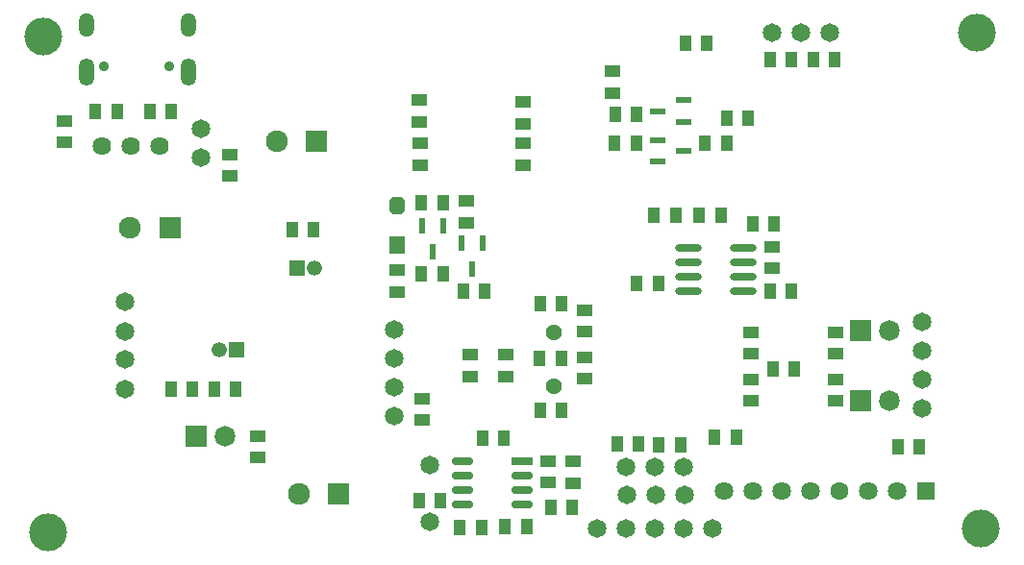
<source format=gbs>
G04*
G04 #@! TF.GenerationSoftware,Altium Limited,Altium Designer,23.3.1 (30)*
G04*
G04 Layer_Color=16711935*
%FSLAX25Y25*%
%MOIN*%
G70*
G04*
G04 #@! TF.SameCoordinates,0926E253-2B7E-4DA0-91A0-339D2320E812*
G04*
G04*
G04 #@! TF.FilePolarity,Negative*
G04*
G01*
G75*
%ADD45R,0.05500X0.04000*%
G04:AMPARAMS|DCode=46|XSize=60mil|YSize=55mil|CornerRadius=0mil|HoleSize=0mil|Usage=FLASHONLY|Rotation=90.000|XOffset=0mil|YOffset=0mil|HoleType=Round|Shape=Octagon|*
%AMOCTAGOND46*
4,1,8,0.01375,0.03000,-0.01375,0.03000,-0.02750,0.01625,-0.02750,-0.01625,-0.01375,-0.03000,0.01375,-0.03000,0.02750,-0.01625,0.02750,0.01625,0.01375,0.03000,0.0*
%
%ADD46OCTAGOND46*%

%ADD47R,0.05500X0.06000*%
%ADD48R,0.02468X0.05224*%
%ADD55C,0.06500*%
%ADD56C,0.07193*%
%ADD57R,0.07193X0.07193*%
%ADD58C,0.05618*%
%ADD59C,0.06406*%
%ADD60C,0.06306*%
%ADD61R,0.06406X0.06406*%
%ADD62R,0.07587X0.07587*%
%ADD63C,0.07587*%
%ADD64R,0.05224X0.05224*%
%ADD65C,0.05224*%
%ADD66C,0.06400*%
%ADD67O,0.05224X0.09555*%
%ADD68O,0.05224X0.08374*%
%ADD69C,0.03453*%
%ADD70C,0.13098*%
%ADD95R,0.04000X0.05500*%
%ADD96O,0.09161X0.02862*%
%ADD97R,0.05224X0.02468*%
%ADD98O,0.07587X0.02665*%
%ADD99R,0.07587X0.02665*%
D45*
X290051Y330080D02*
D03*
X290051Y322600D02*
D03*
X412705Y284649D02*
D03*
Y292130D02*
D03*
X442007Y292130D02*
D03*
Y284650D02*
D03*
X442007Y308464D02*
D03*
X442007Y300984D02*
D03*
X420120Y338185D02*
D03*
X420120Y330705D02*
D03*
X364738Y391548D02*
D03*
X364738Y399029D02*
D03*
X355285Y308687D02*
D03*
Y316168D02*
D03*
Y292460D02*
D03*
Y299940D02*
D03*
X351014Y263736D02*
D03*
X351014Y256255D02*
D03*
X342656Y256278D02*
D03*
X342656Y263759D02*
D03*
X333798Y388318D02*
D03*
Y380838D02*
D03*
X333903Y366467D02*
D03*
Y373947D02*
D03*
X327969Y300752D02*
D03*
X327969Y293272D02*
D03*
X315391Y300752D02*
D03*
X315391Y293272D02*
D03*
X298885Y277959D02*
D03*
Y285440D02*
D03*
X314012Y346553D02*
D03*
X314012Y354033D02*
D03*
X298000Y366500D02*
D03*
X298000Y373980D02*
D03*
X297789Y388974D02*
D03*
Y381494D02*
D03*
X232074Y362780D02*
D03*
Y370260D02*
D03*
X174928Y374363D02*
D03*
Y381843D02*
D03*
X241933Y272532D02*
D03*
X241933Y265052D02*
D03*
X412705Y308464D02*
D03*
X412705Y300984D02*
D03*
D46*
X290051Y352435D02*
D03*
D47*
Y338935D02*
D03*
D48*
X302473Y336302D02*
D03*
X306213Y345302D02*
D03*
X298733D02*
D03*
X316235Y330552D02*
D03*
X319976Y339552D02*
D03*
X312495Y339552D02*
D03*
D55*
X379823Y252062D02*
D03*
X389823D02*
D03*
X369823D02*
D03*
X301617Y242719D02*
D03*
Y262404D02*
D03*
X195760Y318951D02*
D03*
X195820Y308930D02*
D03*
Y288930D02*
D03*
Y298952D02*
D03*
X289000Y279500D02*
D03*
Y289500D02*
D03*
Y299500D02*
D03*
Y309500D02*
D03*
X430068Y412425D02*
D03*
X420068D02*
D03*
X440068D02*
D03*
X472111Y312126D02*
D03*
X472172Y302106D02*
D03*
Y282106D02*
D03*
Y292127D02*
D03*
X379633Y261713D02*
D03*
X389633D02*
D03*
X369633D02*
D03*
X399637Y240561D02*
D03*
X379637Y240561D02*
D03*
X389616D02*
D03*
X359617Y240500D02*
D03*
X369617Y240500D02*
D03*
X222174Y369003D02*
D03*
Y379003D02*
D03*
D56*
X230437Y272558D02*
D03*
X460717Y309154D02*
D03*
X460717Y284874D02*
D03*
D57*
X220437Y272558D02*
D03*
X450717Y309154D02*
D03*
X450717Y284874D02*
D03*
D58*
X344353Y308563D02*
D03*
Y289666D02*
D03*
D59*
X423500Y253500D02*
D03*
X413500D02*
D03*
X403500D02*
D03*
X463500D02*
D03*
X453500D02*
D03*
X433500D02*
D03*
D60*
X443500D02*
D03*
D61*
X473500D02*
D03*
D62*
X269810Y252562D02*
D03*
X262294Y374743D02*
D03*
X211344Y344833D02*
D03*
D63*
X256030Y252562D02*
D03*
X248515Y374743D02*
D03*
X197564Y344833D02*
D03*
D64*
X234499Y302437D02*
D03*
X255577Y330629D02*
D03*
D65*
X228593Y302437D02*
D03*
X261482Y330629D02*
D03*
D66*
X207786Y373177D02*
D03*
X197786D02*
D03*
X187786D02*
D03*
D67*
X217774Y398805D02*
D03*
X182341Y398805D02*
D03*
D68*
X182342Y415144D02*
D03*
X217775Y415144D02*
D03*
D69*
X188336Y400774D02*
D03*
X211092D02*
D03*
D70*
X492500Y240500D02*
D03*
X169000Y239000D02*
D03*
X491000Y412500D02*
D03*
X167500Y411000D02*
D03*
D95*
X400259Y272000D02*
D03*
X407740Y272000D02*
D03*
X305231Y250029D02*
D03*
X297750Y250029D02*
D03*
X471257Y268903D02*
D03*
X463777Y268903D02*
D03*
X420414Y295802D02*
D03*
X427895Y295802D02*
D03*
X426949Y322796D02*
D03*
X419468Y322796D02*
D03*
X420894Y345948D02*
D03*
X413413D02*
D03*
X394860Y349000D02*
D03*
X402340D02*
D03*
X379260Y349000D02*
D03*
X386740Y349000D02*
D03*
X419473Y403167D02*
D03*
X426954Y403167D02*
D03*
X434456Y403200D02*
D03*
X441937D02*
D03*
X390013Y408660D02*
D03*
X397493D02*
D03*
X411908Y382772D02*
D03*
X404428Y382772D02*
D03*
X404445Y374095D02*
D03*
X396965D02*
D03*
X373027Y374095D02*
D03*
X365547Y374095D02*
D03*
X373303Y384089D02*
D03*
X365823D02*
D03*
X373259Y325500D02*
D03*
X380740Y325500D02*
D03*
X339738Y318588D02*
D03*
X347218D02*
D03*
X347118Y299520D02*
D03*
X339638D02*
D03*
X339738Y281322D02*
D03*
X347218Y281322D02*
D03*
X343397Y247924D02*
D03*
X350877Y247924D02*
D03*
X335000Y241000D02*
D03*
X327520D02*
D03*
X311966Y240904D02*
D03*
X319446D02*
D03*
X327147Y271885D02*
D03*
X319666D02*
D03*
X320544Y322843D02*
D03*
X313064D02*
D03*
X298572Y328634D02*
D03*
X306052Y328634D02*
D03*
X298600Y353456D02*
D03*
X306080D02*
D03*
X234173Y288820D02*
D03*
X226693D02*
D03*
X211829Y288935D02*
D03*
X219310D02*
D03*
X204454Y385234D02*
D03*
X211934D02*
D03*
X185644Y385234D02*
D03*
X193124Y385234D02*
D03*
X261300Y344098D02*
D03*
X253820Y344098D02*
D03*
X380854Y269517D02*
D03*
X388334Y269517D02*
D03*
X366499Y269815D02*
D03*
X373979D02*
D03*
D96*
X391256Y322747D02*
D03*
Y327747D02*
D03*
Y332747D02*
D03*
Y337747D02*
D03*
X410154Y322747D02*
D03*
Y327747D02*
D03*
Y332747D02*
D03*
Y337747D02*
D03*
D97*
X389350Y371452D02*
D03*
X380349Y375192D02*
D03*
X380349Y367712D02*
D03*
X380381Y385268D02*
D03*
X389381Y381527D02*
D03*
Y389008D02*
D03*
D98*
X312956Y248791D02*
D03*
Y253791D02*
D03*
Y258791D02*
D03*
Y263791D02*
D03*
X333626Y248791D02*
D03*
Y253791D02*
D03*
Y258791D02*
D03*
D99*
Y263791D02*
D03*
M02*

</source>
